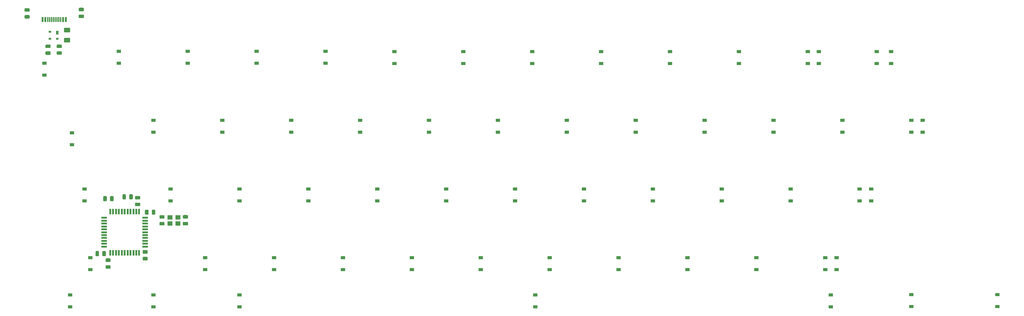
<source format=gbr>
G04 #@! TF.GenerationSoftware,KiCad,Pcbnew,(5.1.5)-3*
G04 #@! TF.CreationDate,2020-04-19T20:41:11-04:00*
G04 #@! TF.ProjectId,Squid60,53717569-6436-4302-9e6b-696361645f70,rev?*
G04 #@! TF.SameCoordinates,Original*
G04 #@! TF.FileFunction,Paste,Bot*
G04 #@! TF.FilePolarity,Positive*
%FSLAX46Y46*%
G04 Gerber Fmt 4.6, Leading zero omitted, Abs format (unit mm)*
G04 Created by KiCad (PCBNEW (5.1.5)-3) date 2020-04-19 20:41:11*
%MOMM*%
%LPD*%
G04 APERTURE LIST*
%ADD10R,1.400000X1.200000*%
%ADD11C,0.100000*%
%ADD12R,1.500000X0.550000*%
%ADD13R,0.550000X1.500000*%
%ADD14R,0.600000X1.450000*%
%ADD15R,0.300000X1.450000*%
%ADD16R,0.700000X1.000000*%
%ADD17R,0.700000X0.600000*%
%ADD18R,1.200000X0.900000*%
G04 APERTURE END LIST*
D10*
X60708900Y-79209900D03*
X58508900Y-79209900D03*
X58508900Y-80909900D03*
X60708900Y-80909900D03*
D11*
G36*
X30748504Y-26678204D02*
G01*
X30772773Y-26681804D01*
X30796571Y-26687765D01*
X30819671Y-26696030D01*
X30841849Y-26706520D01*
X30862893Y-26719133D01*
X30882598Y-26733747D01*
X30900777Y-26750223D01*
X30917253Y-26768402D01*
X30931867Y-26788107D01*
X30944480Y-26809151D01*
X30954970Y-26831329D01*
X30963235Y-26854429D01*
X30969196Y-26878227D01*
X30972796Y-26902496D01*
X30974000Y-26927000D01*
X30974000Y-27677000D01*
X30972796Y-27701504D01*
X30969196Y-27725773D01*
X30963235Y-27749571D01*
X30954970Y-27772671D01*
X30944480Y-27794849D01*
X30931867Y-27815893D01*
X30917253Y-27835598D01*
X30900777Y-27853777D01*
X30882598Y-27870253D01*
X30862893Y-27884867D01*
X30841849Y-27897480D01*
X30819671Y-27907970D01*
X30796571Y-27916235D01*
X30772773Y-27922196D01*
X30748504Y-27925796D01*
X30724000Y-27927000D01*
X29474000Y-27927000D01*
X29449496Y-27925796D01*
X29425227Y-27922196D01*
X29401429Y-27916235D01*
X29378329Y-27907970D01*
X29356151Y-27897480D01*
X29335107Y-27884867D01*
X29315402Y-27870253D01*
X29297223Y-27853777D01*
X29280747Y-27835598D01*
X29266133Y-27815893D01*
X29253520Y-27794849D01*
X29243030Y-27772671D01*
X29234765Y-27749571D01*
X29228804Y-27725773D01*
X29225204Y-27701504D01*
X29224000Y-27677000D01*
X29224000Y-26927000D01*
X29225204Y-26902496D01*
X29228804Y-26878227D01*
X29234765Y-26854429D01*
X29243030Y-26831329D01*
X29253520Y-26809151D01*
X29266133Y-26788107D01*
X29280747Y-26768402D01*
X29297223Y-26750223D01*
X29315402Y-26733747D01*
X29335107Y-26719133D01*
X29356151Y-26706520D01*
X29378329Y-26696030D01*
X29401429Y-26687765D01*
X29425227Y-26681804D01*
X29449496Y-26678204D01*
X29474000Y-26677000D01*
X30724000Y-26677000D01*
X30748504Y-26678204D01*
G37*
G36*
X30748504Y-29478204D02*
G01*
X30772773Y-29481804D01*
X30796571Y-29487765D01*
X30819671Y-29496030D01*
X30841849Y-29506520D01*
X30862893Y-29519133D01*
X30882598Y-29533747D01*
X30900777Y-29550223D01*
X30917253Y-29568402D01*
X30931867Y-29588107D01*
X30944480Y-29609151D01*
X30954970Y-29631329D01*
X30963235Y-29654429D01*
X30969196Y-29678227D01*
X30972796Y-29702496D01*
X30974000Y-29727000D01*
X30974000Y-30477000D01*
X30972796Y-30501504D01*
X30969196Y-30525773D01*
X30963235Y-30549571D01*
X30954970Y-30572671D01*
X30944480Y-30594849D01*
X30931867Y-30615893D01*
X30917253Y-30635598D01*
X30900777Y-30653777D01*
X30882598Y-30670253D01*
X30862893Y-30684867D01*
X30841849Y-30697480D01*
X30819671Y-30707970D01*
X30796571Y-30716235D01*
X30772773Y-30722196D01*
X30748504Y-30725796D01*
X30724000Y-30727000D01*
X29474000Y-30727000D01*
X29449496Y-30725796D01*
X29425227Y-30722196D01*
X29401429Y-30716235D01*
X29378329Y-30707970D01*
X29356151Y-30697480D01*
X29335107Y-30684867D01*
X29315402Y-30670253D01*
X29297223Y-30653777D01*
X29280747Y-30635598D01*
X29266133Y-30615893D01*
X29253520Y-30594849D01*
X29243030Y-30572671D01*
X29234765Y-30549571D01*
X29228804Y-30525773D01*
X29225204Y-30501504D01*
X29224000Y-30477000D01*
X29224000Y-29727000D01*
X29225204Y-29702496D01*
X29228804Y-29678227D01*
X29234765Y-29654429D01*
X29243030Y-29631329D01*
X29253520Y-29609151D01*
X29266133Y-29588107D01*
X29280747Y-29568402D01*
X29297223Y-29550223D01*
X29315402Y-29533747D01*
X29335107Y-29519133D01*
X29356151Y-29506520D01*
X29378329Y-29496030D01*
X29401429Y-29487765D01*
X29425227Y-29481804D01*
X29449496Y-29478204D01*
X29474000Y-29477000D01*
X30724000Y-29477000D01*
X30748504Y-29478204D01*
G37*
G36*
X52169142Y-90191674D02*
G01*
X52192803Y-90195184D01*
X52216007Y-90200996D01*
X52238529Y-90209054D01*
X52260153Y-90219282D01*
X52280670Y-90231579D01*
X52299883Y-90245829D01*
X52317607Y-90261893D01*
X52333671Y-90279617D01*
X52347921Y-90298830D01*
X52360218Y-90319347D01*
X52370446Y-90340971D01*
X52378504Y-90363493D01*
X52384316Y-90386697D01*
X52387826Y-90410358D01*
X52389000Y-90434250D01*
X52389000Y-90921750D01*
X52387826Y-90945642D01*
X52384316Y-90969303D01*
X52378504Y-90992507D01*
X52370446Y-91015029D01*
X52360218Y-91036653D01*
X52347921Y-91057170D01*
X52333671Y-91076383D01*
X52317607Y-91094107D01*
X52299883Y-91110171D01*
X52280670Y-91124421D01*
X52260153Y-91136718D01*
X52238529Y-91146946D01*
X52216007Y-91155004D01*
X52192803Y-91160816D01*
X52169142Y-91164326D01*
X52145250Y-91165500D01*
X51232750Y-91165500D01*
X51208858Y-91164326D01*
X51185197Y-91160816D01*
X51161993Y-91155004D01*
X51139471Y-91146946D01*
X51117847Y-91136718D01*
X51097330Y-91124421D01*
X51078117Y-91110171D01*
X51060393Y-91094107D01*
X51044329Y-91076383D01*
X51030079Y-91057170D01*
X51017782Y-91036653D01*
X51007554Y-91015029D01*
X50999496Y-90992507D01*
X50993684Y-90969303D01*
X50990174Y-90945642D01*
X50989000Y-90921750D01*
X50989000Y-90434250D01*
X50990174Y-90410358D01*
X50993684Y-90386697D01*
X50999496Y-90363493D01*
X51007554Y-90340971D01*
X51017782Y-90319347D01*
X51030079Y-90298830D01*
X51044329Y-90279617D01*
X51060393Y-90261893D01*
X51078117Y-90245829D01*
X51097330Y-90231579D01*
X51117847Y-90219282D01*
X51139471Y-90209054D01*
X51161993Y-90200996D01*
X51185197Y-90195184D01*
X51208858Y-90191674D01*
X51232750Y-90190500D01*
X52145250Y-90190500D01*
X52169142Y-90191674D01*
G37*
G36*
X52169142Y-88316674D02*
G01*
X52192803Y-88320184D01*
X52216007Y-88325996D01*
X52238529Y-88334054D01*
X52260153Y-88344282D01*
X52280670Y-88356579D01*
X52299883Y-88370829D01*
X52317607Y-88386893D01*
X52333671Y-88404617D01*
X52347921Y-88423830D01*
X52360218Y-88444347D01*
X52370446Y-88465971D01*
X52378504Y-88488493D01*
X52384316Y-88511697D01*
X52387826Y-88535358D01*
X52389000Y-88559250D01*
X52389000Y-89046750D01*
X52387826Y-89070642D01*
X52384316Y-89094303D01*
X52378504Y-89117507D01*
X52370446Y-89140029D01*
X52360218Y-89161653D01*
X52347921Y-89182170D01*
X52333671Y-89201383D01*
X52317607Y-89219107D01*
X52299883Y-89235171D01*
X52280670Y-89249421D01*
X52260153Y-89261718D01*
X52238529Y-89271946D01*
X52216007Y-89280004D01*
X52192803Y-89285816D01*
X52169142Y-89289326D01*
X52145250Y-89290500D01*
X51232750Y-89290500D01*
X51208858Y-89289326D01*
X51185197Y-89285816D01*
X51161993Y-89280004D01*
X51139471Y-89271946D01*
X51117847Y-89261718D01*
X51097330Y-89249421D01*
X51078117Y-89235171D01*
X51060393Y-89219107D01*
X51044329Y-89201383D01*
X51030079Y-89182170D01*
X51017782Y-89161653D01*
X51007554Y-89140029D01*
X50999496Y-89117507D01*
X50993684Y-89094303D01*
X50990174Y-89070642D01*
X50989000Y-89046750D01*
X50989000Y-88559250D01*
X50990174Y-88535358D01*
X50993684Y-88511697D01*
X50999496Y-88488493D01*
X51007554Y-88465971D01*
X51017782Y-88444347D01*
X51030079Y-88423830D01*
X51044329Y-88404617D01*
X51060393Y-88386893D01*
X51078117Y-88370829D01*
X51097330Y-88356579D01*
X51117847Y-88344282D01*
X51139471Y-88334054D01*
X51161993Y-88325996D01*
X51185197Y-88320184D01*
X51208858Y-88316674D01*
X51232750Y-88315500D01*
X52145250Y-88315500D01*
X52169142Y-88316674D01*
G37*
G36*
X38723242Y-88569474D02*
G01*
X38746903Y-88572984D01*
X38770107Y-88578796D01*
X38792629Y-88586854D01*
X38814253Y-88597082D01*
X38834770Y-88609379D01*
X38853983Y-88623629D01*
X38871707Y-88639693D01*
X38887771Y-88657417D01*
X38902021Y-88676630D01*
X38914318Y-88697147D01*
X38924546Y-88718771D01*
X38932604Y-88741293D01*
X38938416Y-88764497D01*
X38941926Y-88788158D01*
X38943100Y-88812050D01*
X38943100Y-89724550D01*
X38941926Y-89748442D01*
X38938416Y-89772103D01*
X38932604Y-89795307D01*
X38924546Y-89817829D01*
X38914318Y-89839453D01*
X38902021Y-89859970D01*
X38887771Y-89879183D01*
X38871707Y-89896907D01*
X38853983Y-89912971D01*
X38834770Y-89927221D01*
X38814253Y-89939518D01*
X38792629Y-89949746D01*
X38770107Y-89957804D01*
X38746903Y-89963616D01*
X38723242Y-89967126D01*
X38699350Y-89968300D01*
X38211850Y-89968300D01*
X38187958Y-89967126D01*
X38164297Y-89963616D01*
X38141093Y-89957804D01*
X38118571Y-89949746D01*
X38096947Y-89939518D01*
X38076430Y-89927221D01*
X38057217Y-89912971D01*
X38039493Y-89896907D01*
X38023429Y-89879183D01*
X38009179Y-89859970D01*
X37996882Y-89839453D01*
X37986654Y-89817829D01*
X37978596Y-89795307D01*
X37972784Y-89772103D01*
X37969274Y-89748442D01*
X37968100Y-89724550D01*
X37968100Y-88812050D01*
X37969274Y-88788158D01*
X37972784Y-88764497D01*
X37978596Y-88741293D01*
X37986654Y-88718771D01*
X37996882Y-88697147D01*
X38009179Y-88676630D01*
X38023429Y-88657417D01*
X38039493Y-88639693D01*
X38057217Y-88623629D01*
X38076430Y-88609379D01*
X38096947Y-88597082D01*
X38118571Y-88586854D01*
X38141093Y-88578796D01*
X38164297Y-88572984D01*
X38187958Y-88569474D01*
X38211850Y-88568300D01*
X38699350Y-88568300D01*
X38723242Y-88569474D01*
G37*
G36*
X40598242Y-88569474D02*
G01*
X40621903Y-88572984D01*
X40645107Y-88578796D01*
X40667629Y-88586854D01*
X40689253Y-88597082D01*
X40709770Y-88609379D01*
X40728983Y-88623629D01*
X40746707Y-88639693D01*
X40762771Y-88657417D01*
X40777021Y-88676630D01*
X40789318Y-88697147D01*
X40799546Y-88718771D01*
X40807604Y-88741293D01*
X40813416Y-88764497D01*
X40816926Y-88788158D01*
X40818100Y-88812050D01*
X40818100Y-89724550D01*
X40816926Y-89748442D01*
X40813416Y-89772103D01*
X40807604Y-89795307D01*
X40799546Y-89817829D01*
X40789318Y-89839453D01*
X40777021Y-89859970D01*
X40762771Y-89879183D01*
X40746707Y-89896907D01*
X40728983Y-89912971D01*
X40709770Y-89927221D01*
X40689253Y-89939518D01*
X40667629Y-89949746D01*
X40645107Y-89957804D01*
X40621903Y-89963616D01*
X40598242Y-89967126D01*
X40574350Y-89968300D01*
X40086850Y-89968300D01*
X40062958Y-89967126D01*
X40039297Y-89963616D01*
X40016093Y-89957804D01*
X39993571Y-89949746D01*
X39971947Y-89939518D01*
X39951430Y-89927221D01*
X39932217Y-89912971D01*
X39914493Y-89896907D01*
X39898429Y-89879183D01*
X39884179Y-89859970D01*
X39871882Y-89839453D01*
X39861654Y-89817829D01*
X39853596Y-89795307D01*
X39847784Y-89772103D01*
X39844274Y-89748442D01*
X39843100Y-89724550D01*
X39843100Y-88812050D01*
X39844274Y-88788158D01*
X39847784Y-88764497D01*
X39853596Y-88741293D01*
X39861654Y-88718771D01*
X39871882Y-88697147D01*
X39884179Y-88676630D01*
X39898429Y-88657417D01*
X39914493Y-88639693D01*
X39932217Y-88623629D01*
X39951430Y-88609379D01*
X39971947Y-88597082D01*
X39993571Y-88586854D01*
X40016093Y-88578796D01*
X40039297Y-88572984D01*
X40062958Y-88569474D01*
X40086850Y-88568300D01*
X40574350Y-88568300D01*
X40598242Y-88569474D01*
G37*
G36*
X50086342Y-75154874D02*
G01*
X50110003Y-75158384D01*
X50133207Y-75164196D01*
X50155729Y-75172254D01*
X50177353Y-75182482D01*
X50197870Y-75194779D01*
X50217083Y-75209029D01*
X50234807Y-75225093D01*
X50250871Y-75242817D01*
X50265121Y-75262030D01*
X50277418Y-75282547D01*
X50287646Y-75304171D01*
X50295704Y-75326693D01*
X50301516Y-75349897D01*
X50305026Y-75373558D01*
X50306200Y-75397450D01*
X50306200Y-75884950D01*
X50305026Y-75908842D01*
X50301516Y-75932503D01*
X50295704Y-75955707D01*
X50287646Y-75978229D01*
X50277418Y-75999853D01*
X50265121Y-76020370D01*
X50250871Y-76039583D01*
X50234807Y-76057307D01*
X50217083Y-76073371D01*
X50197870Y-76087621D01*
X50177353Y-76099918D01*
X50155729Y-76110146D01*
X50133207Y-76118204D01*
X50110003Y-76124016D01*
X50086342Y-76127526D01*
X50062450Y-76128700D01*
X49149950Y-76128700D01*
X49126058Y-76127526D01*
X49102397Y-76124016D01*
X49079193Y-76118204D01*
X49056671Y-76110146D01*
X49035047Y-76099918D01*
X49014530Y-76087621D01*
X48995317Y-76073371D01*
X48977593Y-76057307D01*
X48961529Y-76039583D01*
X48947279Y-76020370D01*
X48934982Y-75999853D01*
X48924754Y-75978229D01*
X48916696Y-75955707D01*
X48910884Y-75932503D01*
X48907374Y-75908842D01*
X48906200Y-75884950D01*
X48906200Y-75397450D01*
X48907374Y-75373558D01*
X48910884Y-75349897D01*
X48916696Y-75326693D01*
X48924754Y-75304171D01*
X48934982Y-75282547D01*
X48947279Y-75262030D01*
X48961529Y-75242817D01*
X48977593Y-75225093D01*
X48995317Y-75209029D01*
X49014530Y-75194779D01*
X49035047Y-75182482D01*
X49056671Y-75172254D01*
X49079193Y-75164196D01*
X49102397Y-75158384D01*
X49126058Y-75154874D01*
X49149950Y-75153700D01*
X50062450Y-75153700D01*
X50086342Y-75154874D01*
G37*
G36*
X50086342Y-73279874D02*
G01*
X50110003Y-73283384D01*
X50133207Y-73289196D01*
X50155729Y-73297254D01*
X50177353Y-73307482D01*
X50197870Y-73319779D01*
X50217083Y-73334029D01*
X50234807Y-73350093D01*
X50250871Y-73367817D01*
X50265121Y-73387030D01*
X50277418Y-73407547D01*
X50287646Y-73429171D01*
X50295704Y-73451693D01*
X50301516Y-73474897D01*
X50305026Y-73498558D01*
X50306200Y-73522450D01*
X50306200Y-74009950D01*
X50305026Y-74033842D01*
X50301516Y-74057503D01*
X50295704Y-74080707D01*
X50287646Y-74103229D01*
X50277418Y-74124853D01*
X50265121Y-74145370D01*
X50250871Y-74164583D01*
X50234807Y-74182307D01*
X50217083Y-74198371D01*
X50197870Y-74212621D01*
X50177353Y-74224918D01*
X50155729Y-74235146D01*
X50133207Y-74243204D01*
X50110003Y-74249016D01*
X50086342Y-74252526D01*
X50062450Y-74253700D01*
X49149950Y-74253700D01*
X49126058Y-74252526D01*
X49102397Y-74249016D01*
X49079193Y-74243204D01*
X49056671Y-74235146D01*
X49035047Y-74224918D01*
X49014530Y-74212621D01*
X48995317Y-74198371D01*
X48977593Y-74182307D01*
X48961529Y-74164583D01*
X48947279Y-74145370D01*
X48934982Y-74124853D01*
X48924754Y-74103229D01*
X48916696Y-74080707D01*
X48910884Y-74057503D01*
X48907374Y-74033842D01*
X48906200Y-74009950D01*
X48906200Y-73522450D01*
X48907374Y-73498558D01*
X48910884Y-73474897D01*
X48916696Y-73451693D01*
X48924754Y-73429171D01*
X48934982Y-73407547D01*
X48947279Y-73387030D01*
X48961529Y-73367817D01*
X48977593Y-73350093D01*
X48995317Y-73334029D01*
X49014530Y-73319779D01*
X49035047Y-73307482D01*
X49056671Y-73297254D01*
X49079193Y-73289196D01*
X49102397Y-73283384D01*
X49126058Y-73279874D01*
X49149950Y-73278700D01*
X50062450Y-73278700D01*
X50086342Y-73279874D01*
G37*
G36*
X42734142Y-73342174D02*
G01*
X42757803Y-73345684D01*
X42781007Y-73351496D01*
X42803529Y-73359554D01*
X42825153Y-73369782D01*
X42845670Y-73382079D01*
X42864883Y-73396329D01*
X42882607Y-73412393D01*
X42898671Y-73430117D01*
X42912921Y-73449330D01*
X42925218Y-73469847D01*
X42935446Y-73491471D01*
X42943504Y-73513993D01*
X42949316Y-73537197D01*
X42952826Y-73560858D01*
X42954000Y-73584750D01*
X42954000Y-74497250D01*
X42952826Y-74521142D01*
X42949316Y-74544803D01*
X42943504Y-74568007D01*
X42935446Y-74590529D01*
X42925218Y-74612153D01*
X42912921Y-74632670D01*
X42898671Y-74651883D01*
X42882607Y-74669607D01*
X42864883Y-74685671D01*
X42845670Y-74699921D01*
X42825153Y-74712218D01*
X42803529Y-74722446D01*
X42781007Y-74730504D01*
X42757803Y-74736316D01*
X42734142Y-74739826D01*
X42710250Y-74741000D01*
X42222750Y-74741000D01*
X42198858Y-74739826D01*
X42175197Y-74736316D01*
X42151993Y-74730504D01*
X42129471Y-74722446D01*
X42107847Y-74712218D01*
X42087330Y-74699921D01*
X42068117Y-74685671D01*
X42050393Y-74669607D01*
X42034329Y-74651883D01*
X42020079Y-74632670D01*
X42007782Y-74612153D01*
X41997554Y-74590529D01*
X41989496Y-74568007D01*
X41983684Y-74544803D01*
X41980174Y-74521142D01*
X41979000Y-74497250D01*
X41979000Y-73584750D01*
X41980174Y-73560858D01*
X41983684Y-73537197D01*
X41989496Y-73513993D01*
X41997554Y-73491471D01*
X42007782Y-73469847D01*
X42020079Y-73449330D01*
X42034329Y-73430117D01*
X42050393Y-73412393D01*
X42068117Y-73396329D01*
X42087330Y-73382079D01*
X42107847Y-73369782D01*
X42129471Y-73359554D01*
X42151993Y-73351496D01*
X42175197Y-73345684D01*
X42198858Y-73342174D01*
X42222750Y-73341000D01*
X42710250Y-73341000D01*
X42734142Y-73342174D01*
G37*
G36*
X40859142Y-73342174D02*
G01*
X40882803Y-73345684D01*
X40906007Y-73351496D01*
X40928529Y-73359554D01*
X40950153Y-73369782D01*
X40970670Y-73382079D01*
X40989883Y-73396329D01*
X41007607Y-73412393D01*
X41023671Y-73430117D01*
X41037921Y-73449330D01*
X41050218Y-73469847D01*
X41060446Y-73491471D01*
X41068504Y-73513993D01*
X41074316Y-73537197D01*
X41077826Y-73560858D01*
X41079000Y-73584750D01*
X41079000Y-74497250D01*
X41077826Y-74521142D01*
X41074316Y-74544803D01*
X41068504Y-74568007D01*
X41060446Y-74590529D01*
X41050218Y-74612153D01*
X41037921Y-74632670D01*
X41023671Y-74651883D01*
X41007607Y-74669607D01*
X40989883Y-74685671D01*
X40970670Y-74699921D01*
X40950153Y-74712218D01*
X40928529Y-74722446D01*
X40906007Y-74730504D01*
X40882803Y-74736316D01*
X40859142Y-74739826D01*
X40835250Y-74741000D01*
X40347750Y-74741000D01*
X40323858Y-74739826D01*
X40300197Y-74736316D01*
X40276993Y-74730504D01*
X40254471Y-74722446D01*
X40232847Y-74712218D01*
X40212330Y-74699921D01*
X40193117Y-74685671D01*
X40175393Y-74669607D01*
X40159329Y-74651883D01*
X40145079Y-74632670D01*
X40132782Y-74612153D01*
X40122554Y-74590529D01*
X40114496Y-74568007D01*
X40108684Y-74544803D01*
X40105174Y-74521142D01*
X40104000Y-74497250D01*
X40104000Y-73584750D01*
X40105174Y-73560858D01*
X40108684Y-73537197D01*
X40114496Y-73513993D01*
X40122554Y-73491471D01*
X40132782Y-73469847D01*
X40145079Y-73449330D01*
X40159329Y-73430117D01*
X40175393Y-73412393D01*
X40193117Y-73396329D01*
X40212330Y-73382079D01*
X40232847Y-73369782D01*
X40254471Y-73359554D01*
X40276993Y-73351496D01*
X40300197Y-73345684D01*
X40323858Y-73342174D01*
X40347750Y-73341000D01*
X40835250Y-73341000D01*
X40859142Y-73342174D01*
G37*
G36*
X48053142Y-72834174D02*
G01*
X48076803Y-72837684D01*
X48100007Y-72843496D01*
X48122529Y-72851554D01*
X48144153Y-72861782D01*
X48164670Y-72874079D01*
X48183883Y-72888329D01*
X48201607Y-72904393D01*
X48217671Y-72922117D01*
X48231921Y-72941330D01*
X48244218Y-72961847D01*
X48254446Y-72983471D01*
X48262504Y-73005993D01*
X48268316Y-73029197D01*
X48271826Y-73052858D01*
X48273000Y-73076750D01*
X48273000Y-73989250D01*
X48271826Y-74013142D01*
X48268316Y-74036803D01*
X48262504Y-74060007D01*
X48254446Y-74082529D01*
X48244218Y-74104153D01*
X48231921Y-74124670D01*
X48217671Y-74143883D01*
X48201607Y-74161607D01*
X48183883Y-74177671D01*
X48164670Y-74191921D01*
X48144153Y-74204218D01*
X48122529Y-74214446D01*
X48100007Y-74222504D01*
X48076803Y-74228316D01*
X48053142Y-74231826D01*
X48029250Y-74233000D01*
X47541750Y-74233000D01*
X47517858Y-74231826D01*
X47494197Y-74228316D01*
X47470993Y-74222504D01*
X47448471Y-74214446D01*
X47426847Y-74204218D01*
X47406330Y-74191921D01*
X47387117Y-74177671D01*
X47369393Y-74161607D01*
X47353329Y-74143883D01*
X47339079Y-74124670D01*
X47326782Y-74104153D01*
X47316554Y-74082529D01*
X47308496Y-74060007D01*
X47302684Y-74036803D01*
X47299174Y-74013142D01*
X47298000Y-73989250D01*
X47298000Y-73076750D01*
X47299174Y-73052858D01*
X47302684Y-73029197D01*
X47308496Y-73005993D01*
X47316554Y-72983471D01*
X47326782Y-72961847D01*
X47339079Y-72941330D01*
X47353329Y-72922117D01*
X47369393Y-72904393D01*
X47387117Y-72888329D01*
X47406330Y-72874079D01*
X47426847Y-72861782D01*
X47448471Y-72851554D01*
X47470993Y-72843496D01*
X47494197Y-72837684D01*
X47517858Y-72834174D01*
X47541750Y-72833000D01*
X48029250Y-72833000D01*
X48053142Y-72834174D01*
G37*
G36*
X46178142Y-72834174D02*
G01*
X46201803Y-72837684D01*
X46225007Y-72843496D01*
X46247529Y-72851554D01*
X46269153Y-72861782D01*
X46289670Y-72874079D01*
X46308883Y-72888329D01*
X46326607Y-72904393D01*
X46342671Y-72922117D01*
X46356921Y-72941330D01*
X46369218Y-72961847D01*
X46379446Y-72983471D01*
X46387504Y-73005993D01*
X46393316Y-73029197D01*
X46396826Y-73052858D01*
X46398000Y-73076750D01*
X46398000Y-73989250D01*
X46396826Y-74013142D01*
X46393316Y-74036803D01*
X46387504Y-74060007D01*
X46379446Y-74082529D01*
X46369218Y-74104153D01*
X46356921Y-74124670D01*
X46342671Y-74143883D01*
X46326607Y-74161607D01*
X46308883Y-74177671D01*
X46289670Y-74191921D01*
X46269153Y-74204218D01*
X46247529Y-74214446D01*
X46225007Y-74222504D01*
X46201803Y-74228316D01*
X46178142Y-74231826D01*
X46154250Y-74233000D01*
X45666750Y-74233000D01*
X45642858Y-74231826D01*
X45619197Y-74228316D01*
X45595993Y-74222504D01*
X45573471Y-74214446D01*
X45551847Y-74204218D01*
X45531330Y-74191921D01*
X45512117Y-74177671D01*
X45494393Y-74161607D01*
X45478329Y-74143883D01*
X45464079Y-74124670D01*
X45451782Y-74104153D01*
X45441554Y-74082529D01*
X45433496Y-74060007D01*
X45427684Y-74036803D01*
X45424174Y-74013142D01*
X45423000Y-73989250D01*
X45423000Y-73076750D01*
X45424174Y-73052858D01*
X45427684Y-73029197D01*
X45433496Y-73005993D01*
X45441554Y-72983471D01*
X45451782Y-72961847D01*
X45464079Y-72941330D01*
X45478329Y-72922117D01*
X45494393Y-72904393D01*
X45512117Y-72888329D01*
X45531330Y-72874079D01*
X45551847Y-72861782D01*
X45573471Y-72851554D01*
X45595993Y-72843496D01*
X45619197Y-72837684D01*
X45642858Y-72834174D01*
X45666750Y-72833000D01*
X46154250Y-72833000D01*
X46178142Y-72834174D01*
G37*
G36*
X56830042Y-80501574D02*
G01*
X56853703Y-80505084D01*
X56876907Y-80510896D01*
X56899429Y-80518954D01*
X56921053Y-80529182D01*
X56941570Y-80541479D01*
X56960783Y-80555729D01*
X56978507Y-80571793D01*
X56994571Y-80589517D01*
X57008821Y-80608730D01*
X57021118Y-80629247D01*
X57031346Y-80650871D01*
X57039404Y-80673393D01*
X57045216Y-80696597D01*
X57048726Y-80720258D01*
X57049900Y-80744150D01*
X57049900Y-81231650D01*
X57048726Y-81255542D01*
X57045216Y-81279203D01*
X57039404Y-81302407D01*
X57031346Y-81324929D01*
X57021118Y-81346553D01*
X57008821Y-81367070D01*
X56994571Y-81386283D01*
X56978507Y-81404007D01*
X56960783Y-81420071D01*
X56941570Y-81434321D01*
X56921053Y-81446618D01*
X56899429Y-81456846D01*
X56876907Y-81464904D01*
X56853703Y-81470716D01*
X56830042Y-81474226D01*
X56806150Y-81475400D01*
X55893650Y-81475400D01*
X55869758Y-81474226D01*
X55846097Y-81470716D01*
X55822893Y-81464904D01*
X55800371Y-81456846D01*
X55778747Y-81446618D01*
X55758230Y-81434321D01*
X55739017Y-81420071D01*
X55721293Y-81404007D01*
X55705229Y-81386283D01*
X55690979Y-81367070D01*
X55678682Y-81346553D01*
X55668454Y-81324929D01*
X55660396Y-81302407D01*
X55654584Y-81279203D01*
X55651074Y-81255542D01*
X55649900Y-81231650D01*
X55649900Y-80744150D01*
X55651074Y-80720258D01*
X55654584Y-80696597D01*
X55660396Y-80673393D01*
X55668454Y-80650871D01*
X55678682Y-80629247D01*
X55690979Y-80608730D01*
X55705229Y-80589517D01*
X55721293Y-80571793D01*
X55739017Y-80555729D01*
X55758230Y-80541479D01*
X55778747Y-80529182D01*
X55800371Y-80518954D01*
X55822893Y-80510896D01*
X55846097Y-80505084D01*
X55869758Y-80501574D01*
X55893650Y-80500400D01*
X56806150Y-80500400D01*
X56830042Y-80501574D01*
G37*
G36*
X56830042Y-78626574D02*
G01*
X56853703Y-78630084D01*
X56876907Y-78635896D01*
X56899429Y-78643954D01*
X56921053Y-78654182D01*
X56941570Y-78666479D01*
X56960783Y-78680729D01*
X56978507Y-78696793D01*
X56994571Y-78714517D01*
X57008821Y-78733730D01*
X57021118Y-78754247D01*
X57031346Y-78775871D01*
X57039404Y-78798393D01*
X57045216Y-78821597D01*
X57048726Y-78845258D01*
X57049900Y-78869150D01*
X57049900Y-79356650D01*
X57048726Y-79380542D01*
X57045216Y-79404203D01*
X57039404Y-79427407D01*
X57031346Y-79449929D01*
X57021118Y-79471553D01*
X57008821Y-79492070D01*
X56994571Y-79511283D01*
X56978507Y-79529007D01*
X56960783Y-79545071D01*
X56941570Y-79559321D01*
X56921053Y-79571618D01*
X56899429Y-79581846D01*
X56876907Y-79589904D01*
X56853703Y-79595716D01*
X56830042Y-79599226D01*
X56806150Y-79600400D01*
X55893650Y-79600400D01*
X55869758Y-79599226D01*
X55846097Y-79595716D01*
X55822893Y-79589904D01*
X55800371Y-79581846D01*
X55778747Y-79571618D01*
X55758230Y-79559321D01*
X55739017Y-79545071D01*
X55721293Y-79529007D01*
X55705229Y-79511283D01*
X55690979Y-79492070D01*
X55678682Y-79471553D01*
X55668454Y-79449929D01*
X55660396Y-79427407D01*
X55654584Y-79404203D01*
X55651074Y-79380542D01*
X55649900Y-79356650D01*
X55649900Y-78869150D01*
X55651074Y-78845258D01*
X55654584Y-78821597D01*
X55660396Y-78798393D01*
X55668454Y-78775871D01*
X55678682Y-78754247D01*
X55690979Y-78733730D01*
X55705229Y-78714517D01*
X55721293Y-78696793D01*
X55739017Y-78680729D01*
X55758230Y-78666479D01*
X55778747Y-78654182D01*
X55800371Y-78643954D01*
X55822893Y-78635896D01*
X55846097Y-78630084D01*
X55869758Y-78626574D01*
X55893650Y-78625400D01*
X56806150Y-78625400D01*
X56830042Y-78626574D01*
G37*
G36*
X63307042Y-78596574D02*
G01*
X63330703Y-78600084D01*
X63353907Y-78605896D01*
X63376429Y-78613954D01*
X63398053Y-78624182D01*
X63418570Y-78636479D01*
X63437783Y-78650729D01*
X63455507Y-78666793D01*
X63471571Y-78684517D01*
X63485821Y-78703730D01*
X63498118Y-78724247D01*
X63508346Y-78745871D01*
X63516404Y-78768393D01*
X63522216Y-78791597D01*
X63525726Y-78815258D01*
X63526900Y-78839150D01*
X63526900Y-79326650D01*
X63525726Y-79350542D01*
X63522216Y-79374203D01*
X63516404Y-79397407D01*
X63508346Y-79419929D01*
X63498118Y-79441553D01*
X63485821Y-79462070D01*
X63471571Y-79481283D01*
X63455507Y-79499007D01*
X63437783Y-79515071D01*
X63418570Y-79529321D01*
X63398053Y-79541618D01*
X63376429Y-79551846D01*
X63353907Y-79559904D01*
X63330703Y-79565716D01*
X63307042Y-79569226D01*
X63283150Y-79570400D01*
X62370650Y-79570400D01*
X62346758Y-79569226D01*
X62323097Y-79565716D01*
X62299893Y-79559904D01*
X62277371Y-79551846D01*
X62255747Y-79541618D01*
X62235230Y-79529321D01*
X62216017Y-79515071D01*
X62198293Y-79499007D01*
X62182229Y-79481283D01*
X62167979Y-79462070D01*
X62155682Y-79441553D01*
X62145454Y-79419929D01*
X62137396Y-79397407D01*
X62131584Y-79374203D01*
X62128074Y-79350542D01*
X62126900Y-79326650D01*
X62126900Y-78839150D01*
X62128074Y-78815258D01*
X62131584Y-78791597D01*
X62137396Y-78768393D01*
X62145454Y-78745871D01*
X62155682Y-78724247D01*
X62167979Y-78703730D01*
X62182229Y-78684517D01*
X62198293Y-78666793D01*
X62216017Y-78650729D01*
X62235230Y-78636479D01*
X62255747Y-78624182D01*
X62277371Y-78613954D01*
X62299893Y-78605896D01*
X62323097Y-78600084D01*
X62346758Y-78596574D01*
X62370650Y-78595400D01*
X63283150Y-78595400D01*
X63307042Y-78596574D01*
G37*
G36*
X63307042Y-80471574D02*
G01*
X63330703Y-80475084D01*
X63353907Y-80480896D01*
X63376429Y-80488954D01*
X63398053Y-80499182D01*
X63418570Y-80511479D01*
X63437783Y-80525729D01*
X63455507Y-80541793D01*
X63471571Y-80559517D01*
X63485821Y-80578730D01*
X63498118Y-80599247D01*
X63508346Y-80620871D01*
X63516404Y-80643393D01*
X63522216Y-80666597D01*
X63525726Y-80690258D01*
X63526900Y-80714150D01*
X63526900Y-81201650D01*
X63525726Y-81225542D01*
X63522216Y-81249203D01*
X63516404Y-81272407D01*
X63508346Y-81294929D01*
X63498118Y-81316553D01*
X63485821Y-81337070D01*
X63471571Y-81356283D01*
X63455507Y-81374007D01*
X63437783Y-81390071D01*
X63418570Y-81404321D01*
X63398053Y-81416618D01*
X63376429Y-81426846D01*
X63353907Y-81434904D01*
X63330703Y-81440716D01*
X63307042Y-81444226D01*
X63283150Y-81445400D01*
X62370650Y-81445400D01*
X62346758Y-81444226D01*
X62323097Y-81440716D01*
X62299893Y-81434904D01*
X62277371Y-81426846D01*
X62255747Y-81416618D01*
X62235230Y-81404321D01*
X62216017Y-81390071D01*
X62198293Y-81374007D01*
X62182229Y-81356283D01*
X62167979Y-81337070D01*
X62155682Y-81316553D01*
X62145454Y-81294929D01*
X62137396Y-81272407D01*
X62131584Y-81249203D01*
X62128074Y-81225542D01*
X62126900Y-81201650D01*
X62126900Y-80714150D01*
X62128074Y-80690258D01*
X62131584Y-80666597D01*
X62137396Y-80643393D01*
X62145454Y-80620871D01*
X62155682Y-80599247D01*
X62167979Y-80578730D01*
X62182229Y-80559517D01*
X62198293Y-80541793D01*
X62216017Y-80525729D01*
X62235230Y-80511479D01*
X62255747Y-80499182D01*
X62277371Y-80488954D01*
X62299893Y-80480896D01*
X62323097Y-80475084D01*
X62346758Y-80471574D01*
X62370650Y-80470400D01*
X63283150Y-80470400D01*
X63307042Y-80471574D01*
G37*
G36*
X34516142Y-21103674D02*
G01*
X34539803Y-21107184D01*
X34563007Y-21112996D01*
X34585529Y-21121054D01*
X34607153Y-21131282D01*
X34627670Y-21143579D01*
X34646883Y-21157829D01*
X34664607Y-21173893D01*
X34680671Y-21191617D01*
X34694921Y-21210830D01*
X34707218Y-21231347D01*
X34717446Y-21252971D01*
X34725504Y-21275493D01*
X34731316Y-21298697D01*
X34734826Y-21322358D01*
X34736000Y-21346250D01*
X34736000Y-21833750D01*
X34734826Y-21857642D01*
X34731316Y-21881303D01*
X34725504Y-21904507D01*
X34717446Y-21927029D01*
X34707218Y-21948653D01*
X34694921Y-21969170D01*
X34680671Y-21988383D01*
X34664607Y-22006107D01*
X34646883Y-22022171D01*
X34627670Y-22036421D01*
X34607153Y-22048718D01*
X34585529Y-22058946D01*
X34563007Y-22067004D01*
X34539803Y-22072816D01*
X34516142Y-22076326D01*
X34492250Y-22077500D01*
X33579750Y-22077500D01*
X33555858Y-22076326D01*
X33532197Y-22072816D01*
X33508993Y-22067004D01*
X33486471Y-22058946D01*
X33464847Y-22048718D01*
X33444330Y-22036421D01*
X33425117Y-22022171D01*
X33407393Y-22006107D01*
X33391329Y-21988383D01*
X33377079Y-21969170D01*
X33364782Y-21948653D01*
X33354554Y-21927029D01*
X33346496Y-21904507D01*
X33340684Y-21881303D01*
X33337174Y-21857642D01*
X33336000Y-21833750D01*
X33336000Y-21346250D01*
X33337174Y-21322358D01*
X33340684Y-21298697D01*
X33346496Y-21275493D01*
X33354554Y-21252971D01*
X33364782Y-21231347D01*
X33377079Y-21210830D01*
X33391329Y-21191617D01*
X33407393Y-21173893D01*
X33425117Y-21157829D01*
X33444330Y-21143579D01*
X33464847Y-21131282D01*
X33486471Y-21121054D01*
X33508993Y-21112996D01*
X33532197Y-21107184D01*
X33555858Y-21103674D01*
X33579750Y-21102500D01*
X34492250Y-21102500D01*
X34516142Y-21103674D01*
G37*
G36*
X34516142Y-22978674D02*
G01*
X34539803Y-22982184D01*
X34563007Y-22987996D01*
X34585529Y-22996054D01*
X34607153Y-23006282D01*
X34627670Y-23018579D01*
X34646883Y-23032829D01*
X34664607Y-23048893D01*
X34680671Y-23066617D01*
X34694921Y-23085830D01*
X34707218Y-23106347D01*
X34717446Y-23127971D01*
X34725504Y-23150493D01*
X34731316Y-23173697D01*
X34734826Y-23197358D01*
X34736000Y-23221250D01*
X34736000Y-23708750D01*
X34734826Y-23732642D01*
X34731316Y-23756303D01*
X34725504Y-23779507D01*
X34717446Y-23802029D01*
X34707218Y-23823653D01*
X34694921Y-23844170D01*
X34680671Y-23863383D01*
X34664607Y-23881107D01*
X34646883Y-23897171D01*
X34627670Y-23911421D01*
X34607153Y-23923718D01*
X34585529Y-23933946D01*
X34563007Y-23942004D01*
X34539803Y-23947816D01*
X34516142Y-23951326D01*
X34492250Y-23952500D01*
X33579750Y-23952500D01*
X33555858Y-23951326D01*
X33532197Y-23947816D01*
X33508993Y-23942004D01*
X33486471Y-23933946D01*
X33464847Y-23923718D01*
X33444330Y-23911421D01*
X33425117Y-23897171D01*
X33407393Y-23881107D01*
X33391329Y-23863383D01*
X33377079Y-23844170D01*
X33364782Y-23823653D01*
X33354554Y-23802029D01*
X33346496Y-23779507D01*
X33340684Y-23756303D01*
X33337174Y-23732642D01*
X33336000Y-23708750D01*
X33336000Y-23221250D01*
X33337174Y-23197358D01*
X33340684Y-23173697D01*
X33346496Y-23150493D01*
X33354554Y-23127971D01*
X33364782Y-23106347D01*
X33377079Y-23085830D01*
X33391329Y-23066617D01*
X33407393Y-23048893D01*
X33425117Y-23032829D01*
X33444330Y-23018579D01*
X33464847Y-23006282D01*
X33486471Y-22996054D01*
X33508993Y-22987996D01*
X33532197Y-22982184D01*
X33555858Y-22978674D01*
X33579750Y-22977500D01*
X34492250Y-22977500D01*
X34516142Y-22978674D01*
G37*
G36*
X19530142Y-21230674D02*
G01*
X19553803Y-21234184D01*
X19577007Y-21239996D01*
X19599529Y-21248054D01*
X19621153Y-21258282D01*
X19641670Y-21270579D01*
X19660883Y-21284829D01*
X19678607Y-21300893D01*
X19694671Y-21318617D01*
X19708921Y-21337830D01*
X19721218Y-21358347D01*
X19731446Y-21379971D01*
X19739504Y-21402493D01*
X19745316Y-21425697D01*
X19748826Y-21449358D01*
X19750000Y-21473250D01*
X19750000Y-21960750D01*
X19748826Y-21984642D01*
X19745316Y-22008303D01*
X19739504Y-22031507D01*
X19731446Y-22054029D01*
X19721218Y-22075653D01*
X19708921Y-22096170D01*
X19694671Y-22115383D01*
X19678607Y-22133107D01*
X19660883Y-22149171D01*
X19641670Y-22163421D01*
X19621153Y-22175718D01*
X19599529Y-22185946D01*
X19577007Y-22194004D01*
X19553803Y-22199816D01*
X19530142Y-22203326D01*
X19506250Y-22204500D01*
X18593750Y-22204500D01*
X18569858Y-22203326D01*
X18546197Y-22199816D01*
X18522993Y-22194004D01*
X18500471Y-22185946D01*
X18478847Y-22175718D01*
X18458330Y-22163421D01*
X18439117Y-22149171D01*
X18421393Y-22133107D01*
X18405329Y-22115383D01*
X18391079Y-22096170D01*
X18378782Y-22075653D01*
X18368554Y-22054029D01*
X18360496Y-22031507D01*
X18354684Y-22008303D01*
X18351174Y-21984642D01*
X18350000Y-21960750D01*
X18350000Y-21473250D01*
X18351174Y-21449358D01*
X18354684Y-21425697D01*
X18360496Y-21402493D01*
X18368554Y-21379971D01*
X18378782Y-21358347D01*
X18391079Y-21337830D01*
X18405329Y-21318617D01*
X18421393Y-21300893D01*
X18439117Y-21284829D01*
X18458330Y-21270579D01*
X18478847Y-21258282D01*
X18500471Y-21248054D01*
X18522993Y-21239996D01*
X18546197Y-21234184D01*
X18569858Y-21230674D01*
X18593750Y-21229500D01*
X19506250Y-21229500D01*
X19530142Y-21230674D01*
G37*
G36*
X19530142Y-23105674D02*
G01*
X19553803Y-23109184D01*
X19577007Y-23114996D01*
X19599529Y-23123054D01*
X19621153Y-23133282D01*
X19641670Y-23145579D01*
X19660883Y-23159829D01*
X19678607Y-23175893D01*
X19694671Y-23193617D01*
X19708921Y-23212830D01*
X19721218Y-23233347D01*
X19731446Y-23254971D01*
X19739504Y-23277493D01*
X19745316Y-23300697D01*
X19748826Y-23324358D01*
X19750000Y-23348250D01*
X19750000Y-23835750D01*
X19748826Y-23859642D01*
X19745316Y-23883303D01*
X19739504Y-23906507D01*
X19731446Y-23929029D01*
X19721218Y-23950653D01*
X19708921Y-23971170D01*
X19694671Y-23990383D01*
X19678607Y-24008107D01*
X19660883Y-24024171D01*
X19641670Y-24038421D01*
X19621153Y-24050718D01*
X19599529Y-24060946D01*
X19577007Y-24069004D01*
X19553803Y-24074816D01*
X19530142Y-24078326D01*
X19506250Y-24079500D01*
X18593750Y-24079500D01*
X18569858Y-24078326D01*
X18546197Y-24074816D01*
X18522993Y-24069004D01*
X18500471Y-24060946D01*
X18478847Y-24050718D01*
X18458330Y-24038421D01*
X18439117Y-24024171D01*
X18421393Y-24008107D01*
X18405329Y-23990383D01*
X18391079Y-23971170D01*
X18378782Y-23950653D01*
X18368554Y-23929029D01*
X18360496Y-23906507D01*
X18354684Y-23883303D01*
X18351174Y-23859642D01*
X18350000Y-23835750D01*
X18350000Y-23348250D01*
X18351174Y-23324358D01*
X18354684Y-23300697D01*
X18360496Y-23277493D01*
X18368554Y-23254971D01*
X18378782Y-23233347D01*
X18391079Y-23212830D01*
X18405329Y-23193617D01*
X18421393Y-23175893D01*
X18439117Y-23159829D01*
X18458330Y-23145579D01*
X18478847Y-23133282D01*
X18500471Y-23123054D01*
X18522993Y-23114996D01*
X18546197Y-23109184D01*
X18569858Y-23105674D01*
X18593750Y-23104500D01*
X19506250Y-23104500D01*
X19530142Y-23105674D01*
G37*
G36*
X28420142Y-33170424D02*
G01*
X28443803Y-33173934D01*
X28467007Y-33179746D01*
X28489529Y-33187804D01*
X28511153Y-33198032D01*
X28531670Y-33210329D01*
X28550883Y-33224579D01*
X28568607Y-33240643D01*
X28584671Y-33258367D01*
X28598921Y-33277580D01*
X28611218Y-33298097D01*
X28621446Y-33319721D01*
X28629504Y-33342243D01*
X28635316Y-33365447D01*
X28638826Y-33389108D01*
X28640000Y-33413000D01*
X28640000Y-33900500D01*
X28638826Y-33924392D01*
X28635316Y-33948053D01*
X28629504Y-33971257D01*
X28621446Y-33993779D01*
X28611218Y-34015403D01*
X28598921Y-34035920D01*
X28584671Y-34055133D01*
X28568607Y-34072857D01*
X28550883Y-34088921D01*
X28531670Y-34103171D01*
X28511153Y-34115468D01*
X28489529Y-34125696D01*
X28467007Y-34133754D01*
X28443803Y-34139566D01*
X28420142Y-34143076D01*
X28396250Y-34144250D01*
X27483750Y-34144250D01*
X27459858Y-34143076D01*
X27436197Y-34139566D01*
X27412993Y-34133754D01*
X27390471Y-34125696D01*
X27368847Y-34115468D01*
X27348330Y-34103171D01*
X27329117Y-34088921D01*
X27311393Y-34072857D01*
X27295329Y-34055133D01*
X27281079Y-34035920D01*
X27268782Y-34015403D01*
X27258554Y-33993779D01*
X27250496Y-33971257D01*
X27244684Y-33948053D01*
X27241174Y-33924392D01*
X27240000Y-33900500D01*
X27240000Y-33413000D01*
X27241174Y-33389108D01*
X27244684Y-33365447D01*
X27250496Y-33342243D01*
X27258554Y-33319721D01*
X27268782Y-33298097D01*
X27281079Y-33277580D01*
X27295329Y-33258367D01*
X27311393Y-33240643D01*
X27329117Y-33224579D01*
X27348330Y-33210329D01*
X27368847Y-33198032D01*
X27390471Y-33187804D01*
X27412993Y-33179746D01*
X27436197Y-33173934D01*
X27459858Y-33170424D01*
X27483750Y-33169250D01*
X28396250Y-33169250D01*
X28420142Y-33170424D01*
G37*
G36*
X28420142Y-31295424D02*
G01*
X28443803Y-31298934D01*
X28467007Y-31304746D01*
X28489529Y-31312804D01*
X28511153Y-31323032D01*
X28531670Y-31335329D01*
X28550883Y-31349579D01*
X28568607Y-31365643D01*
X28584671Y-31383367D01*
X28598921Y-31402580D01*
X28611218Y-31423097D01*
X28621446Y-31444721D01*
X28629504Y-31467243D01*
X28635316Y-31490447D01*
X28638826Y-31514108D01*
X28640000Y-31538000D01*
X28640000Y-32025500D01*
X28638826Y-32049392D01*
X28635316Y-32073053D01*
X28629504Y-32096257D01*
X28621446Y-32118779D01*
X28611218Y-32140403D01*
X28598921Y-32160920D01*
X28584671Y-32180133D01*
X28568607Y-32197857D01*
X28550883Y-32213921D01*
X28531670Y-32228171D01*
X28511153Y-32240468D01*
X28489529Y-32250696D01*
X28467007Y-32258754D01*
X28443803Y-32264566D01*
X28420142Y-32268076D01*
X28396250Y-32269250D01*
X27483750Y-32269250D01*
X27459858Y-32268076D01*
X27436197Y-32264566D01*
X27412993Y-32258754D01*
X27390471Y-32250696D01*
X27368847Y-32240468D01*
X27348330Y-32228171D01*
X27329117Y-32213921D01*
X27311393Y-32197857D01*
X27295329Y-32180133D01*
X27281079Y-32160920D01*
X27268782Y-32140403D01*
X27258554Y-32118779D01*
X27250496Y-32096257D01*
X27244684Y-32073053D01*
X27241174Y-32049392D01*
X27240000Y-32025500D01*
X27240000Y-31538000D01*
X27241174Y-31514108D01*
X27244684Y-31490447D01*
X27250496Y-31467243D01*
X27258554Y-31444721D01*
X27268782Y-31423097D01*
X27281079Y-31402580D01*
X27295329Y-31383367D01*
X27311393Y-31365643D01*
X27329117Y-31349579D01*
X27348330Y-31335329D01*
X27368847Y-31323032D01*
X27390471Y-31312804D01*
X27412993Y-31304746D01*
X27436197Y-31298934D01*
X27459858Y-31295424D01*
X27483750Y-31294250D01*
X28396250Y-31294250D01*
X28420142Y-31295424D01*
G37*
G36*
X25308642Y-33185424D02*
G01*
X25332303Y-33188934D01*
X25355507Y-33194746D01*
X25378029Y-33202804D01*
X25399653Y-33213032D01*
X25420170Y-33225329D01*
X25439383Y-33239579D01*
X25457107Y-33255643D01*
X25473171Y-33273367D01*
X25487421Y-33292580D01*
X25499718Y-33313097D01*
X25509946Y-33334721D01*
X25518004Y-33357243D01*
X25523816Y-33380447D01*
X25527326Y-33404108D01*
X25528500Y-33428000D01*
X25528500Y-33915500D01*
X25527326Y-33939392D01*
X25523816Y-33963053D01*
X25518004Y-33986257D01*
X25509946Y-34008779D01*
X25499718Y-34030403D01*
X25487421Y-34050920D01*
X25473171Y-34070133D01*
X25457107Y-34087857D01*
X25439383Y-34103921D01*
X25420170Y-34118171D01*
X25399653Y-34130468D01*
X25378029Y-34140696D01*
X25355507Y-34148754D01*
X25332303Y-34154566D01*
X25308642Y-34158076D01*
X25284750Y-34159250D01*
X24372250Y-34159250D01*
X24348358Y-34158076D01*
X24324697Y-34154566D01*
X24301493Y-34148754D01*
X24278971Y-34140696D01*
X24257347Y-34130468D01*
X24236830Y-34118171D01*
X24217617Y-34103921D01*
X24199893Y-34087857D01*
X24183829Y-34070133D01*
X24169579Y-34050920D01*
X24157282Y-34030403D01*
X24147054Y-34008779D01*
X24138996Y-33986257D01*
X24133184Y-33963053D01*
X24129674Y-33939392D01*
X24128500Y-33915500D01*
X24128500Y-33428000D01*
X24129674Y-33404108D01*
X24133184Y-33380447D01*
X24138996Y-33357243D01*
X24147054Y-33334721D01*
X24157282Y-33313097D01*
X24169579Y-33292580D01*
X24183829Y-33273367D01*
X24199893Y-33255643D01*
X24217617Y-33239579D01*
X24236830Y-33225329D01*
X24257347Y-33213032D01*
X24278971Y-33202804D01*
X24301493Y-33194746D01*
X24324697Y-33188934D01*
X24348358Y-33185424D01*
X24372250Y-33184250D01*
X25284750Y-33184250D01*
X25308642Y-33185424D01*
G37*
G36*
X25308642Y-31310424D02*
G01*
X25332303Y-31313934D01*
X25355507Y-31319746D01*
X25378029Y-31327804D01*
X25399653Y-31338032D01*
X25420170Y-31350329D01*
X25439383Y-31364579D01*
X25457107Y-31380643D01*
X25473171Y-31398367D01*
X25487421Y-31417580D01*
X25499718Y-31438097D01*
X25509946Y-31459721D01*
X25518004Y-31482243D01*
X25523816Y-31505447D01*
X25527326Y-31529108D01*
X25528500Y-31553000D01*
X25528500Y-32040500D01*
X25527326Y-32064392D01*
X25523816Y-32088053D01*
X25518004Y-32111257D01*
X25509946Y-32133779D01*
X25499718Y-32155403D01*
X25487421Y-32175920D01*
X25473171Y-32195133D01*
X25457107Y-32212857D01*
X25439383Y-32228921D01*
X25420170Y-32243171D01*
X25399653Y-32255468D01*
X25378029Y-32265696D01*
X25355507Y-32273754D01*
X25332303Y-32279566D01*
X25308642Y-32283076D01*
X25284750Y-32284250D01*
X24372250Y-32284250D01*
X24348358Y-32283076D01*
X24324697Y-32279566D01*
X24301493Y-32273754D01*
X24278971Y-32265696D01*
X24257347Y-32255468D01*
X24236830Y-32243171D01*
X24217617Y-32228921D01*
X24199893Y-32212857D01*
X24183829Y-32195133D01*
X24169579Y-32175920D01*
X24157282Y-32155403D01*
X24147054Y-32133779D01*
X24138996Y-32111257D01*
X24133184Y-32088053D01*
X24129674Y-32064392D01*
X24128500Y-32040500D01*
X24128500Y-31553000D01*
X24129674Y-31529108D01*
X24133184Y-31505447D01*
X24138996Y-31482243D01*
X24147054Y-31459721D01*
X24157282Y-31438097D01*
X24169579Y-31417580D01*
X24183829Y-31398367D01*
X24199893Y-31380643D01*
X24217617Y-31364579D01*
X24236830Y-31350329D01*
X24257347Y-31338032D01*
X24278971Y-31327804D01*
X24301493Y-31319746D01*
X24324697Y-31313934D01*
X24348358Y-31310424D01*
X24372250Y-31309250D01*
X25284750Y-31309250D01*
X25308642Y-31310424D01*
G37*
G36*
X41907542Y-90610774D02*
G01*
X41931203Y-90614284D01*
X41954407Y-90620096D01*
X41976929Y-90628154D01*
X41998553Y-90638382D01*
X42019070Y-90650679D01*
X42038283Y-90664929D01*
X42056007Y-90680993D01*
X42072071Y-90698717D01*
X42086321Y-90717930D01*
X42098618Y-90738447D01*
X42108846Y-90760071D01*
X42116904Y-90782593D01*
X42122716Y-90805797D01*
X42126226Y-90829458D01*
X42127400Y-90853350D01*
X42127400Y-91340850D01*
X42126226Y-91364742D01*
X42122716Y-91388403D01*
X42116904Y-91411607D01*
X42108846Y-91434129D01*
X42098618Y-91455753D01*
X42086321Y-91476270D01*
X42072071Y-91495483D01*
X42056007Y-91513207D01*
X42038283Y-91529271D01*
X42019070Y-91543521D01*
X41998553Y-91555818D01*
X41976929Y-91566046D01*
X41954407Y-91574104D01*
X41931203Y-91579916D01*
X41907542Y-91583426D01*
X41883650Y-91584600D01*
X40971150Y-91584600D01*
X40947258Y-91583426D01*
X40923597Y-91579916D01*
X40900393Y-91574104D01*
X40877871Y-91566046D01*
X40856247Y-91555818D01*
X40835730Y-91543521D01*
X40816517Y-91529271D01*
X40798793Y-91513207D01*
X40782729Y-91495483D01*
X40768479Y-91476270D01*
X40756182Y-91455753D01*
X40745954Y-91434129D01*
X40737896Y-91411607D01*
X40732084Y-91388403D01*
X40728574Y-91364742D01*
X40727400Y-91340850D01*
X40727400Y-90853350D01*
X40728574Y-90829458D01*
X40732084Y-90805797D01*
X40737896Y-90782593D01*
X40745954Y-90760071D01*
X40756182Y-90738447D01*
X40768479Y-90717930D01*
X40782729Y-90698717D01*
X40798793Y-90680993D01*
X40816517Y-90664929D01*
X40835730Y-90650679D01*
X40856247Y-90638382D01*
X40877871Y-90628154D01*
X40900393Y-90620096D01*
X40923597Y-90614284D01*
X40947258Y-90610774D01*
X40971150Y-90609600D01*
X41883650Y-90609600D01*
X41907542Y-90610774D01*
G37*
G36*
X41907542Y-92485774D02*
G01*
X41931203Y-92489284D01*
X41954407Y-92495096D01*
X41976929Y-92503154D01*
X41998553Y-92513382D01*
X42019070Y-92525679D01*
X42038283Y-92539929D01*
X42056007Y-92555993D01*
X42072071Y-92573717D01*
X42086321Y-92592930D01*
X42098618Y-92613447D01*
X42108846Y-92635071D01*
X42116904Y-92657593D01*
X42122716Y-92680797D01*
X42126226Y-92704458D01*
X42127400Y-92728350D01*
X42127400Y-93215850D01*
X42126226Y-93239742D01*
X42122716Y-93263403D01*
X42116904Y-93286607D01*
X42108846Y-93309129D01*
X42098618Y-93330753D01*
X42086321Y-93351270D01*
X42072071Y-93370483D01*
X42056007Y-93388207D01*
X42038283Y-93404271D01*
X42019070Y-93418521D01*
X41998553Y-93430818D01*
X41976929Y-93441046D01*
X41954407Y-93449104D01*
X41931203Y-93454916D01*
X41907542Y-93458426D01*
X41883650Y-93459600D01*
X40971150Y-93459600D01*
X40947258Y-93458426D01*
X40923597Y-93454916D01*
X40900393Y-93449104D01*
X40877871Y-93441046D01*
X40856247Y-93430818D01*
X40835730Y-93418521D01*
X40816517Y-93404271D01*
X40798793Y-93388207D01*
X40782729Y-93370483D01*
X40768479Y-93351270D01*
X40756182Y-93330753D01*
X40745954Y-93309129D01*
X40737896Y-93286607D01*
X40732084Y-93263403D01*
X40728574Y-93239742D01*
X40727400Y-93215850D01*
X40727400Y-92728350D01*
X40728574Y-92704458D01*
X40732084Y-92680797D01*
X40737896Y-92657593D01*
X40745954Y-92635071D01*
X40756182Y-92613447D01*
X40768479Y-92592930D01*
X40782729Y-92573717D01*
X40798793Y-92555993D01*
X40816517Y-92539929D01*
X40835730Y-92525679D01*
X40856247Y-92513382D01*
X40877871Y-92503154D01*
X40900393Y-92495096D01*
X40923597Y-92489284D01*
X40947258Y-92485774D01*
X40971150Y-92484600D01*
X41883650Y-92484600D01*
X41907542Y-92485774D01*
G37*
G36*
X54268042Y-77075974D02*
G01*
X54291703Y-77079484D01*
X54314907Y-77085296D01*
X54337429Y-77093354D01*
X54359053Y-77103582D01*
X54379570Y-77115879D01*
X54398783Y-77130129D01*
X54416507Y-77146193D01*
X54432571Y-77163917D01*
X54446821Y-77183130D01*
X54459118Y-77203647D01*
X54469346Y-77225271D01*
X54477404Y-77247793D01*
X54483216Y-77270997D01*
X54486726Y-77294658D01*
X54487900Y-77318550D01*
X54487900Y-78231050D01*
X54486726Y-78254942D01*
X54483216Y-78278603D01*
X54477404Y-78301807D01*
X54469346Y-78324329D01*
X54459118Y-78345953D01*
X54446821Y-78366470D01*
X54432571Y-78385683D01*
X54416507Y-78403407D01*
X54398783Y-78419471D01*
X54379570Y-78433721D01*
X54359053Y-78446018D01*
X54337429Y-78456246D01*
X54314907Y-78464304D01*
X54291703Y-78470116D01*
X54268042Y-78473626D01*
X54244150Y-78474800D01*
X53756650Y-78474800D01*
X53732758Y-78473626D01*
X53709097Y-78470116D01*
X53685893Y-78464304D01*
X53663371Y-78456246D01*
X53641747Y-78446018D01*
X53621230Y-78433721D01*
X53602017Y-78419471D01*
X53584293Y-78403407D01*
X53568229Y-78385683D01*
X53553979Y-78366470D01*
X53541682Y-78345953D01*
X53531454Y-78324329D01*
X53523396Y-78301807D01*
X53517584Y-78278603D01*
X53514074Y-78254942D01*
X53512900Y-78231050D01*
X53512900Y-77318550D01*
X53514074Y-77294658D01*
X53517584Y-77270997D01*
X53523396Y-77247793D01*
X53531454Y-77225271D01*
X53541682Y-77203647D01*
X53553979Y-77183130D01*
X53568229Y-77163917D01*
X53584293Y-77146193D01*
X53602017Y-77130129D01*
X53621230Y-77115879D01*
X53641747Y-77103582D01*
X53663371Y-77093354D01*
X53685893Y-77085296D01*
X53709097Y-77079484D01*
X53732758Y-77075974D01*
X53756650Y-77074800D01*
X54244150Y-77074800D01*
X54268042Y-77075974D01*
G37*
G36*
X52393042Y-77075974D02*
G01*
X52416703Y-77079484D01*
X52439907Y-77085296D01*
X52462429Y-77093354D01*
X52484053Y-77103582D01*
X52504570Y-77115879D01*
X52523783Y-77130129D01*
X52541507Y-77146193D01*
X52557571Y-77163917D01*
X52571821Y-77183130D01*
X52584118Y-77203647D01*
X52594346Y-77225271D01*
X52602404Y-77247793D01*
X52608216Y-77270997D01*
X52611726Y-77294658D01*
X52612900Y-77318550D01*
X52612900Y-78231050D01*
X52611726Y-78254942D01*
X52608216Y-78278603D01*
X52602404Y-78301807D01*
X52594346Y-78324329D01*
X52584118Y-78345953D01*
X52571821Y-78366470D01*
X52557571Y-78385683D01*
X52541507Y-78403407D01*
X52523783Y-78419471D01*
X52504570Y-78433721D01*
X52484053Y-78446018D01*
X52462429Y-78456246D01*
X52439907Y-78464304D01*
X52416703Y-78470116D01*
X52393042Y-78473626D01*
X52369150Y-78474800D01*
X51881650Y-78474800D01*
X51857758Y-78473626D01*
X51834097Y-78470116D01*
X51810893Y-78464304D01*
X51788371Y-78456246D01*
X51766747Y-78446018D01*
X51746230Y-78433721D01*
X51727017Y-78419471D01*
X51709293Y-78403407D01*
X51693229Y-78385683D01*
X51678979Y-78366470D01*
X51666682Y-78345953D01*
X51656454Y-78324329D01*
X51648396Y-78301807D01*
X51642584Y-78278603D01*
X51639074Y-78254942D01*
X51637900Y-78231050D01*
X51637900Y-77318550D01*
X51639074Y-77294658D01*
X51642584Y-77270997D01*
X51648396Y-77247793D01*
X51656454Y-77225271D01*
X51666682Y-77203647D01*
X51678979Y-77183130D01*
X51693229Y-77163917D01*
X51709293Y-77146193D01*
X51727017Y-77130129D01*
X51746230Y-77115879D01*
X51766747Y-77103582D01*
X51788371Y-77093354D01*
X51810893Y-77085296D01*
X51834097Y-77079484D01*
X51857758Y-77075974D01*
X51881650Y-77074800D01*
X52369150Y-77074800D01*
X52393042Y-77075974D01*
G37*
D12*
X40331250Y-79343750D03*
X40331250Y-80143750D03*
X40331250Y-80943750D03*
X40331250Y-81743750D03*
X40331250Y-82543750D03*
X40331250Y-83343750D03*
X40331250Y-84143750D03*
X40331250Y-84943750D03*
X40331250Y-85743750D03*
X40331250Y-86543750D03*
X40331250Y-87343750D03*
D13*
X42031250Y-89043750D03*
X42831250Y-89043750D03*
X43631250Y-89043750D03*
X44431250Y-89043750D03*
X45231250Y-89043750D03*
X46031250Y-89043750D03*
X46831250Y-89043750D03*
X47631250Y-89043750D03*
X48431250Y-89043750D03*
X49231250Y-89043750D03*
X50031250Y-89043750D03*
D12*
X51731250Y-87343750D03*
X51731250Y-86543750D03*
X51731250Y-85743750D03*
X51731250Y-84943750D03*
X51731250Y-84143750D03*
X51731250Y-83343750D03*
X51731250Y-82543750D03*
X51731250Y-81743750D03*
X51731250Y-80943750D03*
X51731250Y-80143750D03*
X51731250Y-79343750D03*
D13*
X50031250Y-77643750D03*
X49231250Y-77643750D03*
X48431250Y-77643750D03*
X47631250Y-77643750D03*
X46831250Y-77643750D03*
X46031250Y-77643750D03*
X45231250Y-77643750D03*
X44431250Y-77643750D03*
X43631250Y-77643750D03*
X42831250Y-77643750D03*
X42031250Y-77643750D03*
D14*
X29775100Y-24363750D03*
X23325100Y-24363750D03*
X29000100Y-24363750D03*
X24100100Y-24363750D03*
D15*
X24800100Y-24363750D03*
X28300100Y-24363750D03*
X25300100Y-24363750D03*
X27800100Y-24363750D03*
X25800100Y-24363750D03*
X27300100Y-24363750D03*
X26800100Y-24363750D03*
X26300100Y-24363750D03*
D16*
X27400000Y-27981250D03*
D17*
X25400000Y-27781250D03*
X27400000Y-29681250D03*
X25400000Y-29681250D03*
D18*
X287337500Y-100681250D03*
X287337500Y-103981250D03*
X263525000Y-100681250D03*
X263525000Y-103981250D03*
X241300000Y-100743750D03*
X241300000Y-104043750D03*
X159543750Y-100743750D03*
X159543750Y-104043750D03*
X77787500Y-100743750D03*
X77787500Y-104043750D03*
X53975000Y-100743750D03*
X53975000Y-104043750D03*
X30956250Y-100743750D03*
X30956250Y-104043750D03*
X242887500Y-93725000D03*
X242887500Y-90425000D03*
X239712500Y-93725000D03*
X239712500Y-90425000D03*
X220662500Y-93725000D03*
X220662500Y-90425000D03*
X201612500Y-93725000D03*
X201612500Y-90425000D03*
X182562500Y-93725000D03*
X182562500Y-90425000D03*
X163512500Y-93725000D03*
X163512500Y-90425000D03*
X144462500Y-93725000D03*
X144462500Y-90425000D03*
X125412500Y-93725000D03*
X125412500Y-90425000D03*
X106362500Y-93725000D03*
X106362500Y-90425000D03*
X87312500Y-93725000D03*
X87312500Y-90425000D03*
X68262500Y-93725000D03*
X68262500Y-90425000D03*
X36512500Y-93725000D03*
X36512500Y-90425000D03*
X252412500Y-74675000D03*
X252412500Y-71375000D03*
X249237500Y-74675000D03*
X249237500Y-71375000D03*
X230187500Y-74675000D03*
X230187500Y-71375000D03*
X211137500Y-74675000D03*
X211137500Y-71375000D03*
X192087500Y-74675000D03*
X192087500Y-71375000D03*
X173037500Y-74675000D03*
X173037500Y-71375000D03*
X153987500Y-74675000D03*
X153987500Y-71375000D03*
X134937500Y-74675000D03*
X134937500Y-71375000D03*
X115887500Y-74675000D03*
X115887500Y-71375000D03*
X96837500Y-74675000D03*
X96837500Y-71375000D03*
X77787500Y-74675000D03*
X77787500Y-71375000D03*
X58737500Y-74675000D03*
X58737500Y-71375000D03*
X34925000Y-74675000D03*
X34925000Y-71375000D03*
X266700000Y-55625000D03*
X266700000Y-52325000D03*
X263525000Y-55625000D03*
X263525000Y-52325000D03*
X244475000Y-55625000D03*
X244475000Y-52325000D03*
X225425000Y-55625000D03*
X225425000Y-52325000D03*
X206375000Y-55625000D03*
X206375000Y-52325000D03*
X187325000Y-55625000D03*
X187325000Y-52325000D03*
X168275000Y-55625000D03*
X168275000Y-52325000D03*
X149225000Y-55625000D03*
X149225000Y-52325000D03*
X130175000Y-55625000D03*
X130175000Y-52325000D03*
X111125000Y-55625000D03*
X111125000Y-52325000D03*
X92075000Y-55625000D03*
X92075000Y-52325000D03*
X73025000Y-55625000D03*
X73025000Y-52325000D03*
X53975000Y-55625000D03*
X53975000Y-52325000D03*
X31496000Y-55754000D03*
X31496000Y-59054000D03*
X257968750Y-36575000D03*
X257968750Y-33275000D03*
X254000000Y-36575000D03*
X254000000Y-33275000D03*
X237998000Y-36575000D03*
X237998000Y-33275000D03*
X234950000Y-36575000D03*
X234950000Y-33275000D03*
X215900000Y-36575000D03*
X215900000Y-33275000D03*
X196850000Y-36575000D03*
X196850000Y-33275000D03*
X177800000Y-36575000D03*
X177800000Y-33275000D03*
X158750000Y-36575000D03*
X158750000Y-33275000D03*
X139700000Y-36575000D03*
X139700000Y-33275000D03*
X120650000Y-36575000D03*
X120650000Y-33275000D03*
X101600000Y-36512500D03*
X101600000Y-33212500D03*
X82550000Y-36512500D03*
X82550000Y-33212500D03*
X63500000Y-36512500D03*
X63500000Y-33212500D03*
X44450000Y-36512500D03*
X44450000Y-33212500D03*
X23812500Y-36450000D03*
X23812500Y-39750000D03*
M02*

</source>
